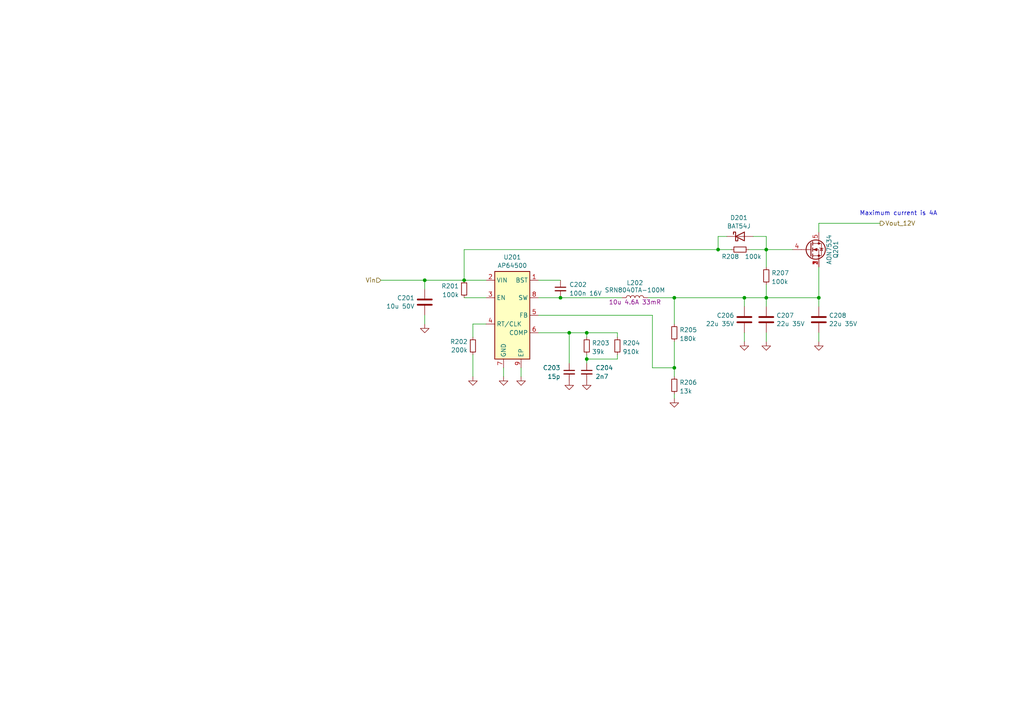
<source format=kicad_sch>
(kicad_sch (version 20231120) (generator "eeschema") (generator_version "8.0")
  (paper "A4")
  (lib_symbols
    (symbol "Device:C" (pin_numbers hide) (pin_names (offset 0.254))
      (property "Reference" "C" (at 0.635 2.54 0))
      (property "Value" "C" (at 0.635 -2.54 0))
      (symbol "C_0_1"
        (polyline (pts (xy -2.032 -0.762) (xy 2.032 -0.762)) (stroke (width 0.508)))
        (polyline (pts (xy -2.032 0.762) (xy 2.032 0.762)) (stroke (width 0.508)))
      )
      (symbol "C_1_1"
        (pin passive line (at 0 3.81 270) (length 2.794) (name "~") (number "1"))
        (pin passive line (at 0 -3.81 90) (length 2.794) (name "~") (number "2"))
      )
    )
    (symbol "Device:C_Small" (pin_numbers hide) (pin_names (offset 0.254) hide)
      (property "Reference" "C" (at 0.254 1.778 0))
      (property "Value" "C_Small" (at 0.254 -2.032 0))
      (symbol "C_Small_0_1"
        (polyline (pts (xy -1.524 -0.508) (xy 1.524 -0.508)) (stroke (width 0.3302)))
        (polyline (pts (xy -1.524 0.508) (xy 1.524 0.508)) (stroke (width 0.3048)))
      )
      (symbol "C_Small_1_1"
        (pin passive line (at 0 2.54 270) (length 2.032) (name "~") (number "1"))
        (pin passive line (at 0 -2.54 90) (length 2.032) (name "~") (number "2"))
      )
    )
    (symbol "Device:L" (pin_numbers hide) (pin_names (offset 1.016) hide)
      (property "Reference" "L" (at -1.27 0 90))
      (property "Value" "L" (at 1.905 0 90))
      (symbol "L_0_1"
        (arc (start 0 -2.54) (mid 0.6323 -1.905) (end 0 -1.27))
        (arc (start 0 -1.27) (mid 0.6323 -0.635) (end 0 0))
        (arc (start 0 0) (mid 0.6323 0.635) (end 0 1.27))
        (arc (start 0 1.27) (mid 0.6323 1.905) (end 0 2.54))
      )
      (symbol "L_1_1"
        (pin passive line (at 0 3.81 270) (length 1.27) (name "1") (number "1"))
        (pin passive line (at 0 -3.81 90) (length 1.27) (name "2") (number "2"))
      )
    )
    (symbol "Device:R_Small" (pin_numbers hide) (pin_names (offset 0.254) hide)
      (property "Reference" "R" (at 0.762 0.508 0))
      (property "Value" "R_Small" (at 0.762 -1.016 0))
      (symbol "R_Small_0_1"
        (rectangle (start -0.762 1.778) (end 0.762 -1.778) (stroke (width 0.2032)))
      )
      (symbol "R_Small_1_1"
        (pin passive line (at 0 2.54 270) (length 0.762) (name "~") (number "1"))
        (pin passive line (at 0 -2.54 90) (length 0.762) (name "~") (number "2"))
      )
    )
    (symbol "Diode:BAT54J" (pin_numbers hide) (pin_names (offset 1.016) hide)
      (property "Reference" "D" (at 0 2.54 0))
      (property "Value" "BAT54J" (at 0 -2.54 0))
      (symbol "BAT54J_0_1"
        (polyline (pts (xy 1.27 0) (xy -1.27 0)))
        (polyline (pts (xy 1.27 1.27) (xy 1.27 -1.27) (xy -1.27 0) (xy 1.27 1.27)) (stroke (width 0.254)))
        (polyline (pts (xy -1.905 0.635) (xy -1.905 1.27) (xy -1.27 1.27) (xy -1.27 -1.27) (xy -0.635 -1.27) (xy -0.635 -0.635)) (stroke (width 0.254)))
      )
      (symbol "BAT54J_1_1"
        (pin passive line (at -3.81 0 0) (length 2.54) (name "K") (number "1"))
        (pin passive line (at 3.81 0 180) (length 2.54) (name "A") (number "2"))
      )
    )
    (symbol "Q_NMOS_GDS_2" (pin_names (offset 0) hide)
      (property "Reference" "Q207" (at 7.4549 0 90))
      (property "Value" "AON7534" (at 5.5339 0 90))
      (symbol "Q_NMOS_GDS_2_0_1"
        (polyline (pts (xy 0.254 0) (xy -2.54 0)))
        (polyline (pts (xy 0.254 1.905) (xy 0.254 -1.905)) (stroke (width 0.254)))
        (polyline (pts (xy 0.762 -1.27) (xy 0.762 -2.286)) (stroke (width 0.254)))
        (polyline (pts (xy 0.762 0.508) (xy 0.762 -0.508)) (stroke (width 0.254)))
        (polyline (pts (xy 0.762 2.286) (xy 0.762 1.27)) (stroke (width 0.254)))
        (polyline (pts (xy 2.54 2.54) (xy 2.54 1.778)))
        (polyline (pts (xy 2.54 -2.54) (xy 2.54 0) (xy 0.762 0)))
        (polyline (pts (xy 0.762 -1.778) (xy 3.302 -1.778) (xy 3.302 1.778) (xy 0.762 1.778)))
        (polyline (pts (xy 1.016 0) (xy 2.032 0.381) (xy 2.032 -0.381) (xy 1.016 0)) (fill (type outline)))
        (polyline (pts (xy 2.794 0.508) (xy 2.921 0.381) (xy 3.683 0.381) (xy 3.81 0.254)))
        (polyline (pts (xy 3.302 0.381) (xy 2.921 -0.254) (xy 3.683 -0.254) (xy 3.302 0.381)))
        (circle (center 1.651 0) (radius 2.794) (stroke (width 0.254)))
        (circle (center 2.54 -1.778) (radius 0.254) (fill (type outline)))
        (circle (center 2.54 1.778) (radius 0.254) (fill (type outline)))
      )
      (symbol "Q_NMOS_GDS_2_1_1"
        (pin passive line (at 2.54 -5.08 90) (length 2.54) (name "S") (number "1"))
        (pin passive line (at 2.54 -5.08 90) (length 2.54) (name "S") (number "2"))
        (pin passive line (at 2.54 -5.08 90) (length 2.54) (name "S") (number "3"))
        (pin input line (at -5.08 0 0) (length 2.54) (name "G") (number "4"))
        (pin passive line (at 2.54 5.08 270) (length 2.54) (name "D") (number "5"))
      )
    )
    (symbol "local:AP64500"
      (property "Reference" "U501" (at 0 16.8445 0))
      (property "Value" "AP64500" (at 0 14.4202 0))
      (symbol "AP64500_0_1"
        (rectangle (start -5.08 12.7) (end 5.08 -12.7) (stroke (width 0.254)) (fill (type background)))
      )
      (symbol "AP64500_1_1"
        (pin output line (at 7.62 10.16 180) (length 2.54) (name "BST") (number "1"))
        (pin power_in line (at -7.62 10.16 0) (length 2.54) (name "VIN") (number "2"))
        (pin input line (at -7.62 5.08 0) (length 2.54) (name "EN") (number "3"))
        (pin input line (at -7.62 -2.54 0) (length 2.54) (name "RT/CLK") (number "4"))
        (pin input line (at 7.62 0 180) (length 2.54) (name "FB") (number "5"))
        (pin output line (at 7.62 -5.08 180) (length 2.54) (name "COMP") (number "6"))
        (pin power_in line (at -2.54 -15.24 90) (length 2.54) (name "GND") (number "7"))
        (pin tri_state line (at 7.62 5.08 180) (length 2.54) (name "SW") (number "8"))
        (pin power_in line (at 2.54 -15.24 90) (length 2.54) (name "EP") (number "9"))
      )
    )
    (symbol "power:GND" (power) (pin_names (offset 0))
      (property "Value" "GND" (at 0 -3.81 0))
      (symbol "GND_0_1"
        (polyline (pts (xy 0 0) (xy 0 -1.27) (xy 1.27 -1.27) (xy 0 -2.54) (xy -1.27 -1.27) (xy 0 -1.27)))
      )
      (symbol "GND_1_1"
        (pin power_in line (at 0 0 270) (length 0) hide (name "GND") (number "1"))
      )
    )
  )
  (junction (at 195.58 106.68))
  (junction (at 170.18 104.14))
  (junction (at 215.9 86.36))
  (junction (at 165.1 96.52))
  (junction (at 222.25 72.39))
  (junction (at 134.62 81.28))
  (junction (at 123.19 81.28))
  (junction (at 222.25 86.36))
  (junction (at 195.58 86.36))
  (junction (at 237.49 86.36))
  (junction (at 208.28 72.39))
  (junction (at 170.18 96.52))
  (junction (at 162.56 86.36))
  (wire (pts (xy 137.16 97.79) (xy 137.16 93.98)))
  (wire (pts (xy 189.23 106.68) (xy 195.58 106.68)))
  (wire (pts (xy 212.09 72.39) (xy 208.28 72.39)))
  (wire (pts (xy 222.25 86.36) (xy 237.49 86.36)))
  (wire (pts (xy 215.9 88.9) (xy 215.9 86.36)))
  (wire (pts (xy 222.25 88.9) (xy 222.25 86.36)))
  (wire (pts (xy 187.96 86.36) (xy 195.58 86.36)))
  (wire (pts (xy 195.58 109.22) (xy 195.58 106.68)))
  (wire (pts (xy 222.25 82.55) (xy 222.25 86.36)))
  (wire (pts (xy 210.82 68.58) (xy 208.28 68.58)))
  (wire (pts (xy 195.58 93.98) (xy 195.58 86.36)))
  (wire (pts (xy 189.23 106.68) (xy 189.23 91.44)))
  (wire (pts (xy 156.21 86.36) (xy 162.56 86.36)))
  (wire (pts (xy 179.07 104.14) (xy 179.07 102.87)))
  (wire (pts (xy 156.21 81.28) (xy 162.56 81.28)))
  (wire (pts (xy 189.23 91.44) (xy 156.21 91.44)))
  (wire (pts (xy 123.19 81.28) (xy 134.62 81.28)))
  (wire (pts (xy 146.05 106.68) (xy 146.05 109.22)))
  (wire (pts (xy 195.58 114.3) (xy 195.58 115.57)))
  (wire (pts (xy 222.25 77.47) (xy 222.25 72.39)))
  (wire (pts (xy 179.07 97.79) (xy 179.07 96.52)))
  (wire (pts (xy 170.18 97.79) (xy 170.18 96.52)))
  (wire (pts (xy 215.9 96.52) (xy 215.9 99.06)))
  (wire (pts (xy 165.1 96.52) (xy 156.21 96.52)))
  (wire (pts (xy 170.18 96.52) (xy 165.1 96.52)))
  (wire (pts (xy 170.18 104.14) (xy 179.07 104.14)))
  (wire (pts (xy 195.58 86.36) (xy 215.9 86.36)))
  (wire (pts (xy 222.25 68.58) (xy 222.25 72.39)))
  (wire (pts (xy 208.28 68.58) (xy 208.28 72.39)))
  (wire (pts (xy 195.58 106.68) (xy 195.58 99.06)))
  (wire (pts (xy 137.16 102.87) (xy 137.16 109.22)))
  (wire (pts (xy 134.62 86.36) (xy 140.97 86.36)))
  (wire (pts (xy 222.25 72.39) (xy 229.87 72.39)))
  (wire (pts (xy 123.19 91.44) (xy 123.19 93.98)))
  (wire (pts (xy 151.13 106.68) (xy 151.13 109.22)))
  (wire (pts (xy 134.62 81.28) (xy 140.97 81.28)))
  (wire (pts (xy 137.16 93.98) (xy 140.97 93.98)))
  (wire (pts (xy 222.25 72.39) (xy 217.17 72.39)))
  (wire (pts (xy 237.49 88.9) (xy 237.49 86.36)))
  (wire (pts (xy 215.9 86.36) (xy 222.25 86.36)))
  (wire (pts (xy 162.56 86.36) (xy 180.34 86.36)))
  (wire (pts (xy 179.07 96.52) (xy 170.18 96.52)))
  (wire (pts (xy 237.49 64.77) (xy 255.27 64.77)))
  (wire (pts (xy 222.25 96.52) (xy 222.25 99.06)))
  (wire (pts (xy 134.62 72.39) (xy 134.62 81.28)))
  (wire (pts (xy 218.44 68.58) (xy 222.25 68.58)))
  (wire (pts (xy 237.49 64.77) (xy 237.49 67.31)))
  (wire (pts (xy 170.18 104.14) (xy 170.18 102.87)))
  (wire (pts (xy 123.19 83.82) (xy 123.19 81.28)))
  (wire (pts (xy 170.18 105.41) (xy 170.18 104.14)))
  (wire (pts (xy 208.28 72.39) (xy 134.62 72.39)))
  (wire (pts (xy 165.1 96.52) (xy 165.1 105.41)))
  (wire (pts (xy 110.49 81.28) (xy 123.19 81.28)))
  (wire (pts (xy 237.49 77.47) (xy 237.49 86.36)))
  (wire (pts (xy 237.49 96.52) (xy 237.49 99.06)))
  (text "Maximum current is 4A" (at 260.604 61.976 0) (effects (font (size 1.27 1.27))))
  (hierarchical_label "Vout_12V" (shape output) (at 255.27 64.77 0))
  (hierarchical_label "Vin" (shape input) (at 110.49 81.28 180))
  (symbol (lib_id "Device:L") (at 184.15 86.36 90) (unit 1)
    (property "Reference" "L202" (at 184.15 82.042 90))
    (property "Value" "SRN8040TA-100M" (at 184.15 84.1346 90))
    (property "Footprint" "Inductor_SMD:L_Bourns_SRN8040TA" (effects (hide yes)))
    (property "Datasheet" "https://www.bourns.com/docs/product-datasheets/srn8040ta.pdf" (effects (hide yes)))
    (property "Description" "10u 4.6A 33mR" (at 184.15 87.63 90))
  )
  (symbol (lib_id "Device:R_Small") (at 137.16 100.33 0) (mirror y) (unit 1)
    (property "Reference" "R202" (at 135.6614 99.1178 0) (effects (justify left)))
    (property "Value" "200k" (at 135.6614 101.5421 0) (effects (justify left)))
    (property "Footprint" "Resistor_SMD:R_0603_1608Metric" (effects (hide yes)))
    (property "LCSC" "C23212" (effects (hide yes)))
  )
  (symbol (lib_id "power:GND") (at 170.18 110.49 0) (unit 1)
    (property "Reference" "#PWR0206" (effects (hide yes)))
    (property "Value" "GND" (effects (hide yes)))
  )
  (symbol (lib_id "Device:R_Small") (at 195.58 96.52 180) (unit 1)
    (property "Reference" "R205" (at 197.0786 95.6853 0) (effects (justify right)))
    (property "Value" "180k" (at 197.0786 98.2222 0) (effects (justify right)))
    (property "Footprint" "Resistor_SMD:R_0603_1608Metric" (effects (hide yes)))
    (property "LCSC" "C4216" (effects (hide yes)))
  )
  (symbol (lib_id "power:GND") (at 237.49 99.06 0) (unit 1)
    (property "Reference" "#PWR0210" (effects (hide yes)))
    (property "Value" "GND" (effects (hide yes)))
  )
  (symbol (lib_id "Device:C") (at 215.9 92.71 0) (mirror y) (unit 1)
    (property "Reference" "C206" (at 212.979 91.4979 0) (effects (justify left)))
    (property "Value" "22u 35V" (at 212.979 93.9221 0) (effects (justify left)))
    (property "Footprint" "Capacitor_SMD:C_1206_3216Metric" (effects (hide yes)))
  )
  (symbol (lib_id "power:GND") (at 215.9 99.06 0) (mirror y) (unit 1)
    (property "Reference" "#PWR0208" (effects (hide yes)))
    (property "Value" "GND" (effects (hide yes)))
  )
  (symbol (lib_id "Device:C_Small") (at 162.56 83.82 0) (unit 1)
    (property "Reference" "C202" (at 165.1 82.55 0) (effects (justify left)))
    (property "Value" "100n 16V" (at 165.1 85.09 0) (effects (justify left)))
    (property "Footprint" "Capacitor_SMD:C_0603_1608Metric" (effects (hide yes)))
    (property "LCSC" "C57112" (effects (hide yes)))
  )
  (symbol (lib_id "power:GND") (at 165.1 110.49 0) (mirror y) (unit 1)
    (property "Reference" "#PWR0205" (effects (hide yes)))
    (property "Value" "GND" (effects (hide yes)))
  )
  (symbol (lib_id "Diode:BAT54J") (at 214.63 68.58 0) (unit 1)
    (property "Reference" "D201" (at 214.3125 63.1655 0))
    (property "Value" "BAT54J" (at 214.3125 65.5898 0))
    (property "Footprint" "Diode_SMD:D_SOD-323F" (effects (hide yes)))
    (property "Datasheet" "https://assets.nexperia.com/documents/data-sheet/BAT54J.pdf" (effects (hide yes)))
    (property "Description" "30V 200mA Schottky diode, SOD-323F" (effects (hide yes)))
  )
  (symbol (lib_id "Device:R_Small") (at 214.63 72.39 90) (mirror x) (unit 1)
    (property "Reference" "R208" (at 211.836 74.422 90))
    (property "Value" "100k" (at 218.44 74.422 90))
    (property "Footprint" "Resistor_SMD:R_0603_1608Metric" (effects (hide yes)))
  )
  (symbol (lib_id "Device:C") (at 123.19 87.63 0) (mirror y) (unit 1)
    (property "Reference" "C201" (at 120.269 86.4179 0) (effects (justify left)))
    (property "Value" "10u 50V" (at 120.269 88.8421 0) (effects (justify left)))
    (property "Footprint" "Capacitor_SMD:C_1206_3216Metric" (effects (hide yes)))
  )
  (symbol (lib_id "Device:C_Small") (at 170.18 107.95 0) (unit 1)
    (property "Reference" "C204" (at 172.72 106.68 0) (effects (justify left)))
    (property "Value" "2n7" (at 172.72 109.22 0) (effects (justify left)))
    (property "Footprint" "Capacitor_SMD:C_0603_1608Metric" (effects (hide yes)))
  )
  (symbol (lib_id "power:GND") (at 123.19 93.98 0) (mirror y) (unit 1)
    (property "Reference" "#PWR0201" (effects (hide yes)))
    (property "Value" "GND" (effects (hide yes)))
  )
  (symbol (lib_id "Device:C") (at 222.25 92.71 0) (unit 1)
    (property "Reference" "C207" (at 225.171 91.4979 0) (effects (justify left)))
    (property "Value" "22u 35V" (at 225.171 93.9221 0) (effects (justify left)))
    (property "Footprint" "Capacitor_SMD:C_1206_3216Metric" (effects (hide yes)))
  )
  (symbol (lib_id "power:GND") (at 222.25 99.06 0) (unit 1)
    (property "Reference" "#PWR0209" (effects (hide yes)))
    (property "Value" "GND" (effects (hide yes)))
  )
  (symbol (lib_id "power:GND") (at 195.58 115.57 0) (unit 1)
    (property "Reference" "#PWR0207" (effects (hide yes)))
    (property "Value" "GND" (effects (hide yes)))
  )
  (symbol (lib_id "power:GND") (at 151.13 109.22 0) (unit 1)
    (property "Reference" "#PWR0204" (effects (hide yes)))
    (property "Value" "GND" (effects (hide yes)))
  )
  (symbol (lib_id "Device:R_Small") (at 195.58 111.76 180) (unit 1)
    (property "Reference" "R206" (at 197.0786 110.9253 0) (effects (justify right)))
    (property "Value" "13k" (at 197.0786 113.4622 0) (effects (justify right)))
    (property "Footprint" "Resistor_SMD:R_0603_1608Metric" (effects (hide yes)))
    (property "LCSC" "C23234" (effects (hide yes)))
  )
  (symbol (lib_id "local:AP64500") (at 148.59 91.44 0) (unit 1)
    (property "Reference" "U201" (at 148.59 74.5955 0))
    (property "Value" "AP64500" (at 148.59 77.0198 0))
    (property "Footprint" "Package_SO:SOIC-8-1EP_3.9x4.9mm_P1.27mm_EP2.62x3.51mm" (effects (hide yes)))
    (property "Datasheet" "https://www.diodes.com/assets/Datasheets/AP64500.pdf" (effects (hide yes)))
    (property "Description" "5A 40V Synchonous DC/DC Buck Converter" (effects (hide yes)))
  )
  (symbol (lib_id "power:GND") (at 137.16 109.22 0) (unit 1)
    (property "Reference" "#PWR0202" (effects (hide yes)))
    (property "Value" "GND" (effects (hide yes)))
  )
  (symbol (lib_id "Device:R_Small") (at 170.18 100.33 180) (unit 1)
    (property "Reference" "R203" (at 171.6786 99.4953 0) (effects (justify right)))
    (property "Value" "39k" (at 171.6786 102.0322 0) (effects (justify right)))
    (property "Footprint" "Resistor_SMD:R_0603_1608Metric" (effects (hide yes)))
    (property "LCSC" "C23212" (effects (hide yes)))
  )
  (symbol (lib_id "Device:R_Small") (at 179.07 100.33 180) (unit 1)
    (property "Reference" "R204" (at 180.5686 99.4953 0) (effects (justify right)))
    (property "Value" "910k" (at 180.5686 102.0322 0) (effects (justify right)))
    (property "Footprint" "Resistor_SMD:R_0603_1608Metric" (effects (hide yes)))
    (property "LCSC" "C23212" (effects (hide yes)))
  )
  (symbol (lib_id "Device:C") (at 237.49 92.71 0) (unit 1)
    (property "Reference" "C208" (at 240.411 91.4979 0) (effects (justify left)))
    (property "Value" "22u 35V" (at 240.411 93.9221 0) (effects (justify left)))
    (property "Footprint" "Capacitor_SMD:C_1206_3216Metric" (effects (hide yes)))
  )
  (symbol (lib_id "power:GND") (at 146.05 109.22 0) (unit 1)
    (property "Reference" "#PWR0203" (effects (hide yes)))
    (property "Value" "GND" (effects (hide yes)))
  )
  (symbol (lib_id "Device:R_Small") (at 222.25 80.01 180) (unit 1)
    (property "Reference" "R207" (at 223.7486 79.1753 0) (effects (justify right)))
    (property "Value" "100k" (at 223.7486 81.7122 0) (effects (justify right)))
    (property "Footprint" "Resistor_SMD:R_0603_1608Metric" (effects (hide yes)))
    (property "LCSC" "C4216" (effects (hide yes)))
  )
  (symbol (lib_name "Q_NMOS_GDS_2") (lib_id "Device:Q_NMOS_GDS") (at 234.95 72.39 0) (unit 1)
    (property "Reference" "Q201" (at 242.4049 72.39 90))
    (property "Value" "AON7534" (at 240.4839 72.39 90))
    (property "Footprint" "local:AO_DFN3x3mm" (effects (hide yes)))
    (property "Datasheet" "https://www.aosmd.com/sites/default/files/res/datasheets/AON7534.pdf" (effects (hide yes)))
  )
  (symbol (lib_id "Device:C_Small") (at 165.1 107.95 0) (mirror y) (unit 1)
    (property "Reference" "C203" (at 162.56 106.68 0) (effects (justify left)))
    (property "Value" "15p" (at 162.56 109.22 0) (effects (justify left)))
    (property "Footprint" "Capacitor_SMD:C_0603_1608Metric" (effects (hide yes)))
  )
  (symbol (lib_id "Device:R_Small") (at 134.62 83.82 0) (mirror x) (unit 1)
    (property "Reference" "R201" (at 133.1214 82.9853 0) (effects (justify right)))
    (property "Value" "100k" (at 133.1214 85.5222 0) (effects (justify right)))
    (property "Footprint" "Resistor_SMD:R_0603_1608Metric" (effects (hide yes)))
    (property "LCSC" "C25803" (effects (hide yes)))
  )
)
</source>
